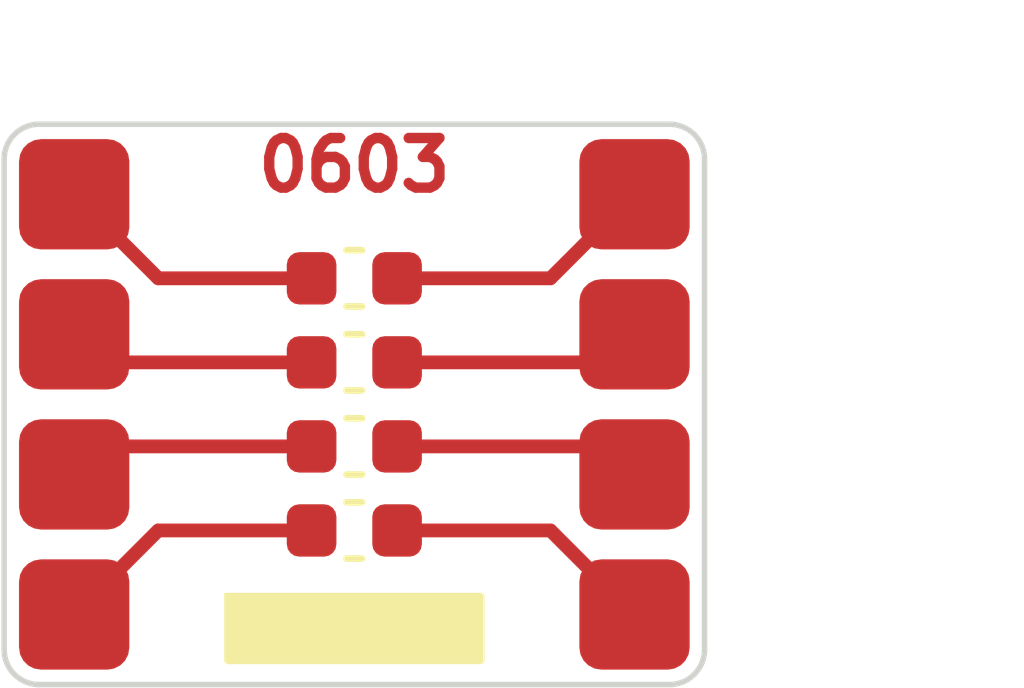
<source format=kicad_pcb>
(kicad_pcb (version 20221018) (generator pcbnew)
  (layers (0 "F.Cu" signal) (31 "B.Cu" signal) (34 "B.Paste" user) (35 "F.Paste" user) (36 "B.SilkS" user "B.Silkscreen") (37 "F.SilkS" user "F.Silkscreen") (38 "B.Mask" user) (39 "F.Mask" user) (44 "Edge.Cuts" user))
  (net 0 "")
  (net 1 "Net-(J1-Pin_1)")
  (net 2 "Net-(J2-Pin_1)")
  (net 3 "Net-(J7-Pin_1)")
  (net 4 "Net-(J3-Pin_1)")
  (net 5 "Net-(J8-Pin_1)")
  (net 6 "Net-(J4-Pin_1)")
  (net 7 "Net-(J5-Pin_1)")
  (net 8 "Net-(J6-Pin_1)")
  (footprint "CustSymbols:ManhattanPad" (layer "F.Cu") (at 152.4 99.06)
    (fp_text reference "J5" hide)
    (fp_text value "Conn_01x01_Pin" hide)
    (pad "1" smd roundrect (at 0 0) (size 2 2) (layers "F.Cu" "F.Paste" "F.Mask") (roundrect_rratio 0.2) (net 7 "Net-(J5-Pin_1)"))
  )
  (footprint "CustSymbols:ManhattanPad" (layer "F.Cu") (at 162.56 99.06)
    (fp_text reference "J6" hide)
    (fp_text value "Conn_01x01_Pin" hide)
    (pad "1" smd roundrect (at 0 0) (size 2 2) (layers "F.Cu" "F.Paste" "F.Mask") (roundrect_rratio 0.2) (net 8 "Net-(J6-Pin_1)"))
  )
  (footprint "CustSymbols:ManhattanPad" (layer "F.Cu") (at 162.56 96.52)
    (fp_text reference "J8" hide)
    (fp_text value "Conn_01x01_Pin" hide)
    (pad "1" smd roundrect (at 0 0) (size 2 2) (layers "F.Cu" "F.Paste" "F.Mask") (roundrect_rratio 0.2) (net 5 "Net-(J8-Pin_1)"))
  )
  (footprint "Capacitor_SMD:C_0603_1608Metric" (layer "F.Cu") (at 157.48 100.076)
    (fp_text reference "C3" hide)
    (fp_text value "C" hide)
    (fp_line (start -0.14058 -0.51) (end 0.14058 -0.51) (stroke (width 0.12)) (layer "F.SilkS"))
    (fp_line (start -0.14058 0.51) (end 0.14058 0.51) (stroke (width 0.12)) (layer "F.SilkS"))
    (pad "1" smd roundrect (at -0.775 0) (size 0.9 0.95) (layers "F.Cu" "F.Paste" "F.Mask") (net 4 "Net-(J3-Pin_1)"))
    (pad "2" smd roundrect (at 0.775 0) (size 0.9 0.95) (layers "F.Cu" "F.Paste" "F.Mask") (net 6 "Net-(J4-Pin_1)"))
  )
  (footprint "CustSymbols:ManhattanPad" (layer "F.Cu") (at 162.56 93.98)
    (fp_text reference "J2" hide)
    (fp_text value "Conn_01x01_Pin" hide)
    (pad "1" smd roundrect (at 0 0) (size 2 2) (layers "F.Cu" "F.Paste" "F.Mask") (roundrect_rratio 0.2) (net 2 "Net-(J2-Pin_1)"))
  )
  (footprint "CustSymbols:ManhattanPad" (layer "F.Cu") (at 152.4 96.52)
    (fp_text reference "J7" hide)
    (fp_text value "Conn_01x01_Pin" hide)
    (pad "1" smd roundrect (at 0 0) (size 2 2) (layers "F.Cu" "F.Paste" "F.Mask") (roundrect_rratio 0.2) (net 3 "Net-(J7-Pin_1)"))
  )
  (footprint "CustSymbols:ManhattanPad" (layer "F.Cu") (at 152.4 93.98)
    (fp_text reference "J1" hide)
    (fp_text value "Conn_01x01_Pin" hide)
    (pad "1" smd roundrect (at 0 0) (size 2 2) (layers "F.Cu" "F.Paste" "F.Mask") (roundrect_rratio 0.2) (net 1 "Net-(J1-Pin_1)"))
  )
  (footprint "Capacitor_SMD:C_0603_1608Metric" (layer "F.Cu") (at 157.48 98.552)
    (fp_text reference "C2" hide)
    (fp_text value "C" hide)
    (fp_line (start -0.14058 -0.51) (end 0.14058 -0.51) (stroke (width 0.12)) (layer "F.SilkS"))
    (fp_line (start -0.14058 0.51) (end 0.14058 0.51) (stroke (width 0.12)) (layer "F.SilkS"))
    (pad "1" smd roundrect (at -0.775 0) (size 0.9 0.95) (layers "F.Cu" "F.Paste" "F.Mask") (net 7 "Net-(J5-Pin_1)"))
    (pad "2" smd roundrect (at 0.775 0) (size 0.9 0.95) (layers "F.Cu" "F.Paste" "F.Mask") (net 8 "Net-(J6-Pin_1)"))
  )
  (footprint "Capacitor_SMD:C_0603_1608Metric" (layer "F.Cu") (at 157.48 95.504)
    (fp_text reference "C4" hide)
    (fp_text value "C" hide)
    (fp_line (start -0.14058 -0.51) (end 0.14058 -0.51) (stroke (width 0.12)) (layer "F.SilkS"))
    (fp_line (start -0.14058 0.51) (end 0.14058 0.51) (stroke (width 0.12)) (layer "F.SilkS"))
    (pad "1" smd roundrect (at -0.775 0) (size 0.9 0.95) (layers "F.Cu" "F.Paste" "F.Mask") (net 1 "Net-(J1-Pin_1)"))
    (pad "2" smd roundrect (at 0.775 0) (size 0.9 0.95) (layers "F.Cu" "F.Paste" "F.Mask") (net 2 "Net-(J2-Pin_1)"))
  )
  (footprint "CustSymbols:ManhattanPad" (layer "F.Cu") (at 152.4 101.6)
    (fp_text reference "J3" hide)
    (fp_text value "Conn_01x01_Pin" hide)
    (pad "1" smd roundrect (at 0 0) (size 2 2) (layers "F.Cu" "F.Paste" "F.Mask") (roundrect_rratio 0.2) (net 4 "Net-(J3-Pin_1)"))
  )
  (footprint "CustSymbols:ManhattanPad" (layer "F.Cu") (at 162.56 101.6)
    (fp_text reference "J4" hide)
    (fp_text value "Conn_01x01_Pin" hide)
    (pad "1" smd roundrect (at 0 0) (size 2 2) (layers "F.Cu" "F.Paste" "F.Mask") (roundrect_rratio 0.2) (net 6 "Net-(J4-Pin_1)"))
  )
  (footprint "Capacitor_SMD:C_0603_1608Metric" (layer "F.Cu") (at 157.48 97.028)
    (fp_text reference "C1" hide)
    (fp_text value "C" hide)
    (fp_line (start -0.14058 -0.51) (end 0.14058 -0.51) (stroke (width 0.12)) (layer "F.SilkS"))
    (fp_line (start -0.14058 0.51) (end 0.14058 0.51) (stroke (width 0.12)) (layer "F.SilkS"))
    (pad "1" smd roundrect (at -0.775 0) (size 0.9 0.95) (layers "F.Cu" "F.Paste" "F.Mask") (net 3 "Net-(J7-Pin_1)"))
    (pad "2" smd roundrect (at 0.775 0) (size 0.9 0.95) (layers "F.Cu" "F.Paste" "F.Mask") (net 5 "Net-(J8-Pin_1)"))
  )
  (gr_rect (start 155.194 101.2825) (end 159.766 102.4255) (stroke (width 0.15)) (fill solid) (layer "F.SilkS"))
  (gr_line (start 151.13 93.345) (end 151.13 102.235) (stroke (width 0.1)) (layer "Edge.Cuts"))
  (gr_line (start 151.765 102.87) (end 163.195 102.87) (stroke (width 0.1)) (layer "Edge.Cuts"))
  (gr_line (start 163.195 92.71) (end 151.765 92.71) (stroke (width 0.1)) (layer "Edge.Cuts"))
  (gr_arc (start 151.765 102.87) (mid 151.315988 102.684012) (end 151.13 102.235) (stroke (width 0.1)) (layer "Edge.Cuts"))
  (gr_arc (start 163.83 102.235) (mid 163.644013 102.684012) (end 163.195 102.87) (stroke (width 0.1)) (layer "Edge.Cuts"))
  (gr_line (start 163.83 102.235) (end 163.83 93.345) (stroke (width 0.1)) (layer "Edge.Cuts"))
  (gr_arc (start 151.13 93.345) (mid 151.315988 92.895988) (end 151.765 92.71) (stroke (width 0.1)) (layer "Edge.Cuts"))
  (gr_arc (start 163.195 92.71) (mid 163.644012 92.895988) (end 163.83 93.345) (stroke (width 0.1)) (layer "Edge.Cuts"))
  (gr_text "0603" (at 157.48 93.98) (layer "F.Cu") (effects (font (size 0.9 0.9) (thickness 0.1875) bold) (justify bottom)))
  (segment (start 153.924 95.504) (end 156.705 95.504) (width 0.25) (layer "F.Cu") (net 1))
  (segment (start 152.4 93.98) (end 153.924 95.504) (width 0.25) (layer "F.Cu") (net 1))
  (segment (start 161.036 95.504) (end 162.56 93.98) (width 0.25) (layer "F.Cu") (net 2))
  (segment (start 158.255 95.504) (end 161.036 95.504) (width 0.25) (layer "F.Cu") (net 2))
  (segment (start 152.908 97.028) (end 152.4 96.52) (width 0.25) (layer "F.Cu") (net 3))
  (segment (start 156.705 97.028) (end 152.908 97.028) (width 0.25) (layer "F.Cu") (net 3))
  (segment (start 156.705 100.076) (end 153.924 100.076) (width 0.25) (layer "F.Cu") (net 4))
  (segment (start 153.924 100.076) (end 152.4 101.6) (width 0.25) (layer "F.Cu") (net 4))
  (segment (start 158.255 97.028) (end 162.052 97.028) (width 0.25) (layer "F.Cu") (net 5))
  (segment (start 162.052 97.028) (end 162.56 96.52) (width 0.25) (layer "F.Cu") (net 5))
  (segment (start 158.255 100.076) (end 161.036 100.076) (width 0.25) (layer "F.Cu") (net 6))
  (segment (start 161.036 100.076) (end 162.56 101.6) (width 0.25) (layer "F.Cu") (net 6))
  (segment (start 152.908 98.552) (end 152.4 99.06) (width 0.25) (layer "F.Cu") (net 7))
  (segment (start 156.705 98.552) (end 152.908 98.552) (width 0.25) (layer "F.Cu") (net 7))
  (segment (start 162.052 98.552) (end 162.56 99.06) (width 0.25) (layer "F.Cu") (net 8))
  (segment (start 158.255 98.552) (end 162.052 98.552) (width 0.25) (layer "F.Cu") (net 8))
)
</source>
